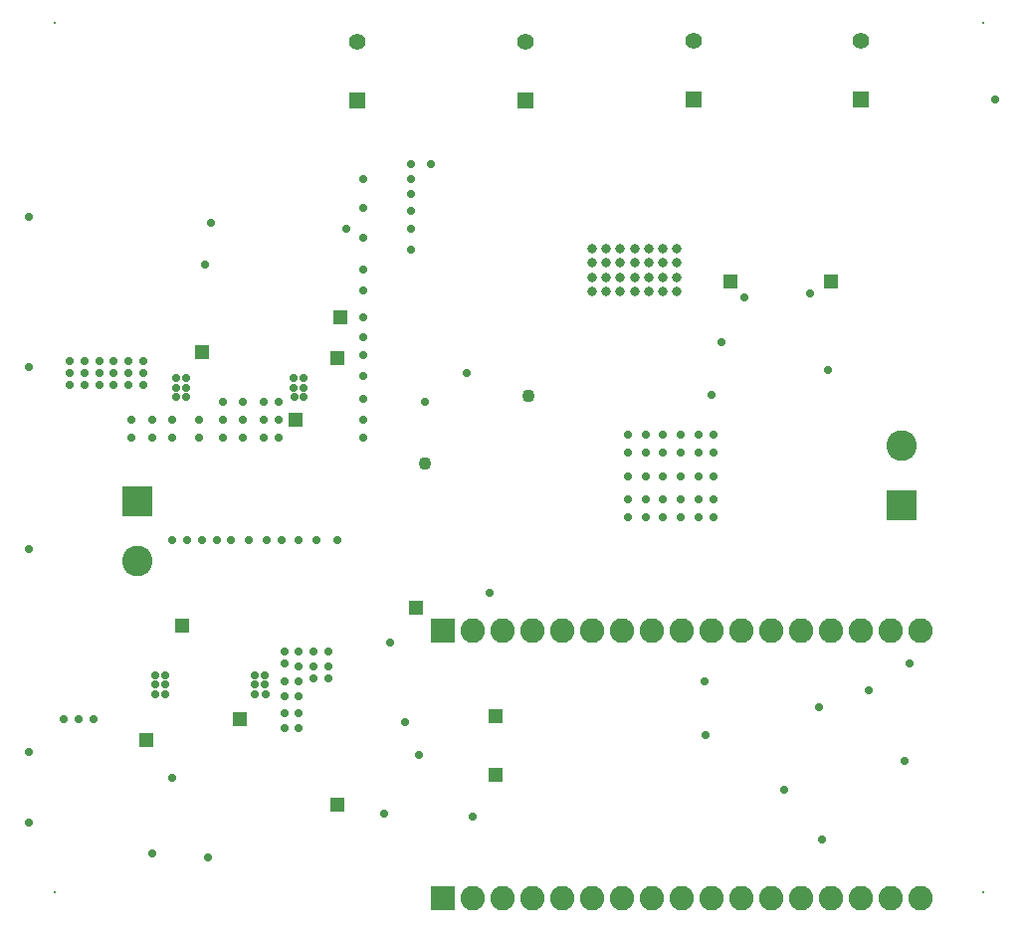
<source format=gbs>
G04*
G04 #@! TF.GenerationSoftware,Altium Limited,Altium Designer,20.1.12 (249)*
G04*
G04 Layer_Color=16711935*
%FSLAX44Y44*%
%MOMM*%
G71*
G04*
G04 #@! TF.SameCoordinates,284B2C5B-B2DB-445A-AC85-361AEC2CE434*
G04*
G04*
G04 #@! TF.FilePolarity,Negative*
G04*
G01*
G75*
%ADD75C,2.6032*%
%ADD76R,2.6032X2.6032*%
%ADD77C,0.2000*%
%ADD78C,2.0782*%
%ADD79R,2.0782X2.0782*%
%ADD80R,1.4032X1.4032*%
%ADD81C,1.4032*%
%ADD82C,0.7016*%
%ADD83C,1.1016*%
%ADD105R,1.2032X1.2032*%
%ADD106R,1.2032X1.2032*%
%ADD107C,0.8032*%
D75*
X99857Y312100D02*
D03*
X750000Y410400D02*
D03*
D76*
X99857Y362900D02*
D03*
X750000Y359600D02*
D03*
D77*
X30000Y30000D02*
D03*
X820000D02*
D03*
X30000Y770000D02*
D03*
X820000D02*
D03*
D78*
X766400Y253000D02*
D03*
X741000D02*
D03*
X715600D02*
D03*
X690200D02*
D03*
X664800D02*
D03*
X639400D02*
D03*
X614000D02*
D03*
X588600D02*
D03*
X563200D02*
D03*
X537800D02*
D03*
X512400D02*
D03*
X487000D02*
D03*
X461600D02*
D03*
X436200D02*
D03*
X410800D02*
D03*
X385400D02*
D03*
X766400Y25000D02*
D03*
X741000D02*
D03*
X715600D02*
D03*
X690200D02*
D03*
X664800D02*
D03*
X639400D02*
D03*
X614000D02*
D03*
X588600D02*
D03*
X563200D02*
D03*
X537800D02*
D03*
X512400D02*
D03*
X487000D02*
D03*
X461600D02*
D03*
X436200D02*
D03*
X410800D02*
D03*
X385400D02*
D03*
D79*
X360000Y253000D02*
D03*
Y25000D02*
D03*
D80*
X716000Y705000D02*
D03*
X572957D02*
D03*
X429915Y704000D02*
D03*
X286872D02*
D03*
D81*
X716000Y755000D02*
D03*
X572957D02*
D03*
X429915Y754000D02*
D03*
X286872D02*
D03*
D82*
X830000Y705000D02*
D03*
X385000Y95000D02*
D03*
X160000Y60000D02*
D03*
X277500Y595000D02*
D03*
X680000Y187500D02*
D03*
X157500Y565000D02*
D03*
X7500Y605000D02*
D03*
Y477500D02*
D03*
Y322500D02*
D03*
Y150000D02*
D03*
Y90000D02*
D03*
X187500Y177500D02*
D03*
X107500Y160000D02*
D03*
X138419Y257463D02*
D03*
X155000Y490000D02*
D03*
X270000Y485000D02*
D03*
X399876Y285124D02*
D03*
X270000Y105000D02*
D03*
X650000Y117500D02*
D03*
X682500Y75000D02*
D03*
X405000Y130000D02*
D03*
Y180000D02*
D03*
X690000Y550000D02*
D03*
X605000D02*
D03*
X350000Y650000D02*
D03*
X332500D02*
D03*
Y577500D02*
D03*
Y595000D02*
D03*
Y610000D02*
D03*
Y625000D02*
D03*
Y637500D02*
D03*
X588410Y453410D02*
D03*
X687500Y475000D02*
D03*
X672500Y540000D02*
D03*
X616444Y536374D02*
D03*
X292500Y560000D02*
D03*
X380000Y472500D02*
D03*
X292500Y587500D02*
D03*
X345000Y447500D02*
D03*
X752500Y142500D02*
D03*
X722500Y202500D02*
D03*
X582500Y210000D02*
D03*
X596950Y498734D02*
D03*
X583450Y164050D02*
D03*
X340000Y147500D02*
D03*
X327830Y175438D02*
D03*
X315000Y242500D02*
D03*
X112997Y63770D02*
D03*
X310000Y97500D02*
D03*
X130000Y127500D02*
D03*
X162500Y599999D02*
D03*
X292500Y637500D02*
D03*
Y612500D02*
D03*
Y542500D02*
D03*
Y520000D02*
D03*
Y502500D02*
D03*
Y487500D02*
D03*
Y470000D02*
D03*
Y450000D02*
D03*
Y432500D02*
D03*
Y417500D02*
D03*
X757500Y225000D02*
D03*
X105000Y462500D02*
D03*
Y472500D02*
D03*
Y482500D02*
D03*
X92500Y462500D02*
D03*
Y472500D02*
D03*
Y482500D02*
D03*
X80000Y472500D02*
D03*
X67500D02*
D03*
X55000D02*
D03*
X42500D02*
D03*
X80000Y462500D02*
D03*
X67500D02*
D03*
X55000D02*
D03*
X42500D02*
D03*
Y482500D02*
D03*
X80000D02*
D03*
X67500D02*
D03*
X55000D02*
D03*
X62500Y177500D02*
D03*
X50000D02*
D03*
X37500D02*
D03*
X262500Y212500D02*
D03*
X250000D02*
D03*
X262500Y222500D02*
D03*
X250000D02*
D03*
X262500Y235000D02*
D03*
X250000D02*
D03*
X237500Y170000D02*
D03*
X225000D02*
D03*
X237500Y182500D02*
D03*
X225000D02*
D03*
X237500Y197500D02*
D03*
X225000D02*
D03*
X237500Y210000D02*
D03*
X225000D02*
D03*
X237500Y222500D02*
D03*
X225000Y225000D02*
D03*
X237500Y235000D02*
D03*
X225000D02*
D03*
X220000Y417500D02*
D03*
Y432500D02*
D03*
Y447500D02*
D03*
X207500D02*
D03*
X190000D02*
D03*
X172500D02*
D03*
X207500Y417500D02*
D03*
Y432500D02*
D03*
X190000Y417500D02*
D03*
Y432500D02*
D03*
X172500Y417500D02*
D03*
Y432500D02*
D03*
X152500Y417500D02*
D03*
Y432500D02*
D03*
X130000Y417500D02*
D03*
Y432500D02*
D03*
X112500Y417500D02*
D03*
X95000D02*
D03*
X112500Y432500D02*
D03*
X95000D02*
D03*
X270000Y330000D02*
D03*
X252500D02*
D03*
X237500D02*
D03*
X222500D02*
D03*
X210000D02*
D03*
X195000D02*
D03*
X180000D02*
D03*
X167500D02*
D03*
X155000D02*
D03*
X142500D02*
D03*
X130000D02*
D03*
X590472Y419600D02*
D03*
Y404600D02*
D03*
Y384600D02*
D03*
Y364600D02*
D03*
Y349600D02*
D03*
X577472Y419600D02*
D03*
Y404600D02*
D03*
Y384600D02*
D03*
Y364600D02*
D03*
Y349600D02*
D03*
X562472Y419600D02*
D03*
Y404600D02*
D03*
Y384600D02*
D03*
Y364600D02*
D03*
Y349600D02*
D03*
X547472Y419600D02*
D03*
Y404600D02*
D03*
Y384600D02*
D03*
Y364600D02*
D03*
Y349600D02*
D03*
X532472Y419600D02*
D03*
Y404600D02*
D03*
Y384600D02*
D03*
Y364600D02*
D03*
Y349600D02*
D03*
X517472Y419600D02*
D03*
Y404600D02*
D03*
Y384600D02*
D03*
Y364600D02*
D03*
Y349600D02*
D03*
X124000Y199250D02*
D03*
X115250D02*
D03*
X123750Y207250D02*
D03*
X115250Y207000D02*
D03*
X123500Y214750D02*
D03*
X115250Y215000D02*
D03*
X233000Y467750D02*
D03*
X241750D02*
D03*
X233250Y459750D02*
D03*
X241750Y460000D02*
D03*
X233500Y452250D02*
D03*
X241750Y452000D02*
D03*
X209000Y199250D02*
D03*
X200250D02*
D03*
X208750Y207250D02*
D03*
X200250Y207000D02*
D03*
X208500Y214750D02*
D03*
X200250Y215000D02*
D03*
X133000Y467750D02*
D03*
X141750D02*
D03*
X133250Y459750D02*
D03*
X141750Y460000D02*
D03*
X133500Y452250D02*
D03*
X141750Y452000D02*
D03*
D83*
X432500Y452500D02*
D03*
X345000Y395000D02*
D03*
D105*
X270000Y105000D02*
D03*
X272500Y520000D02*
D03*
X107500Y160000D02*
D03*
X235000Y432500D02*
D03*
X155000Y490000D02*
D03*
X187500Y177500D02*
D03*
X270000Y485000D02*
D03*
X138419Y257463D02*
D03*
X337500Y272500D02*
D03*
X405000Y130000D02*
D03*
D106*
X690000Y550000D02*
D03*
X405000Y180000D02*
D03*
X605000Y550000D02*
D03*
D107*
X523050Y566000D02*
D03*
X559050Y542000D02*
D03*
X547050D02*
D03*
X535050D02*
D03*
X523050D02*
D03*
X511050D02*
D03*
X499050D02*
D03*
X487050D02*
D03*
X559050Y554000D02*
D03*
X547050D02*
D03*
X535050D02*
D03*
X523050D02*
D03*
X511050D02*
D03*
X499050D02*
D03*
X487050D02*
D03*
X559050Y566000D02*
D03*
X547050D02*
D03*
X535050D02*
D03*
X511050D02*
D03*
X499050D02*
D03*
X487050D02*
D03*
X559050Y578000D02*
D03*
X547050D02*
D03*
X535050D02*
D03*
X523050D02*
D03*
X511050D02*
D03*
X499050D02*
D03*
X487050D02*
D03*
M02*

</source>
